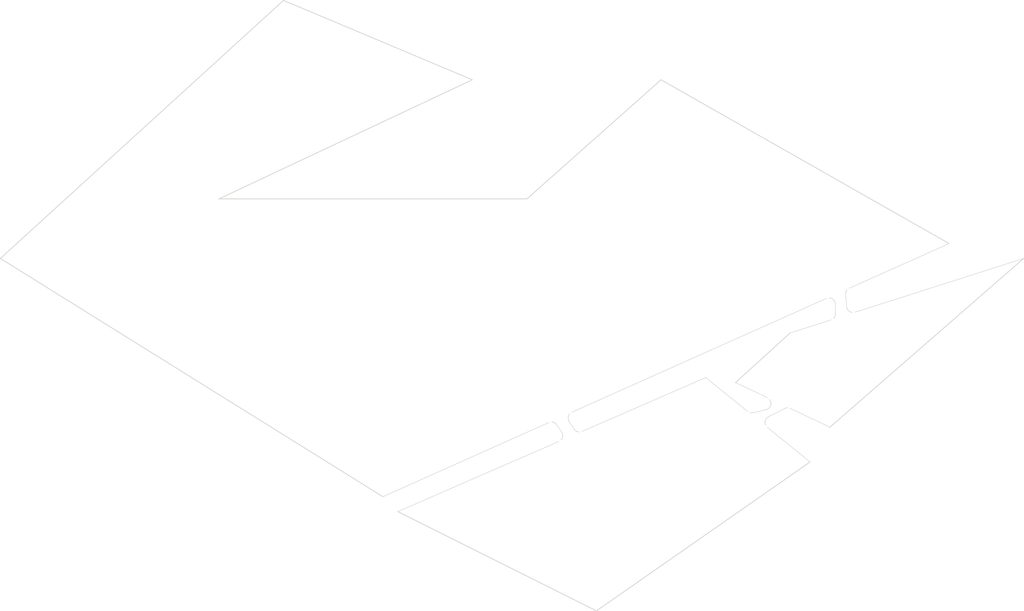
<source format=kicad_pcb>
(kicad_pcb 
  (version 20171130) 
  (host pcbnew "(5.1.0-0)") 
  (general 
    (thickness 1.6) 
    (drawings 19) 
    (tracks 0) 
    (zones 0) 
    (modules 0) 
    (nets 1)) 
  (page A3) 
  (layers 
    (0 F.Cu signal) 
    (31 B.Cu signal) 
    (32 B.Adhes user) 
    (33 F.Adhes user) 
    (34 B.Paste user) 
    (35 F.Paste user) 
    (36 B.SilkS user) 
    (37 F.SilkS user) 
    (38 B.Mask user) 
    (39 F.Mask user) 
    (40 Dwgs.User user) 
    (41 Cmts.User user) 
    (42 Eco1.User user) 
    (43 Eco2.User user) 
    (44 Edge.Cuts user) 
    (45 Margin user) 
    (46 B.CrtYd user) 
    (47 F.CrtYd user) 
    (48 B.Fab user) 
    (49 F.Fab user)) 
  (setup 
    (last_trace_width 0.3) 
    (trace_clearance 0.25) 
    (zone_clearance 0.508) 
    (zone_45_only no) 
    (trace_min 0.2) 
    (via_size 1) 
    (via_drill 0.6) 
    (via_min_size 0.4) 
    (via_min_drill 0.3) 
    (uvia_size 0.3) 
    (uvia_drill 0.1) 
    (uvias_allowed no) 
    (uvia_min_size 0.2) 
    (uvia_min_drill 0.1) 
    (edge_width 0.15) 
    (segment_width 0.2) 
    (pcb_text_width 0.3) 
    (pcb_text_size 1.5 1.5) 
    (mod_edge_width 0.15) 
    (mod_text_size 1 1) 
    (mod_text_width 0.15) 
    (pad_size 1.524 1.524) 
    (pad_drill 0.762) 
    (pad_to_mask_clearance 0.2) 
    (aux_axis_origin 0 0) 
    (grid_origin 69.605 148.237) 
    (visible_elements FFFFFF7F) 
    (pcbplotparams 
      (layerselection 0x010fc_ffffffff) 
      (usegerberextensions false) 
      (usegerberattributes false) 
      (usegerberadvancedattributes false) 
      (creategerberjobfile false) 
      (excludeedgelayer true) 
      (linewidth 0.050000) 
      (plotframeref false) 
      (viasonmask false) 
      (mode 1) 
      (useauxorigin false) 
      (hpglpennumber 1) 
      (hpglpenspeed 20) 
      (hpglpendiameter 15.000000) 
      (psnegative false) 
      (psa4output false) 
      (plotreference true) 
      (plotvalue true) 
      (plotinvisibletext false) 
      (padsonsilk false) 
      (subtractmaskfromsilk false) 
      (outputformat 1) 
      (mirror false) 
      (drillshape 0) 
      (scaleselection 1) 
      (outputdirectory "./gerber"))) 
  (net 0 "") 
  (net_class Default "This is the default net class." 
    (clearance 0.25) 
    (trace_width 0.3) 
    (via_dia 1) 
    (via_drill 0.6) 
    (uvia_dia 0.3) 
    (uvia_drill 0.1)) 
  (gr_line 
    (start 263.605 108.237) 
    (end 302.605 74.237) 
    (layer Edge.Cuts) 
    (width 0.15)) 
  (gr_line 
    (start 255.605 89.237) 
    (end 244.605 99.237) 
    (layer Edge.Cuts) 
    (width 0.15)) 
  (gr_line 
    (start 216.605 145.237) 
    (end 176.605 125.237) 
    (layer Edge.Cuts) 
    (width 0.15) 
    (tstamp 5CD10653)) 
  (gr_line 
    (start 259.605 115.237) 
    (end 216.605 145.237) 
    (layer Edge.Cuts) 
    (width 0.15)) 
  (gr_line 
    (start 173.605 122.237) 
    (end 96.605 74.237) 
    (layer Edge.Cuts) 
    (width 0.15) 
    (tstamp 5CD10652)) 
  (gr_line 
    (start 229.605 38.237) 
    (end 287.605 71.237) 
    (layer Edge.Cuts) 
    (width 0.15)) 
  (gr_line 
    (start 202.605 62.237) 
    (end 229.605 38.237) 
    (layer Edge.Cuts) 
    (width 0.15)) 
  (gr_line 
    (start 140.605 62.237) 
    (end 202.605 62.237) 
    (layer Edge.Cuts) 
    (width 0.15)) 
  (gr_line 
    (start 191.605 38.237) 
    (end 140.605 62.237) 
    (layer Edge.Cuts) 
    (width 0.15)) 
  (gr_line 
    (start 153.605 22.237) 
    (end 191.605 38.237) 
    (layer Edge.Cuts) 
    (width 0.15)) 
  (gr_line 
    (start 96.605 74.237) 
    (end 153.605 22.237) 
    (layer Edge.Cuts) 
    (width 0.15)) 
  (gr_line 
    (start 268.624164 85.081947) 
    (end 302.605 74.237) 
    (layer Edge.Cuts) 
    (width 0.1)) 
  (gr_line 
    (start 263.860851 86.602155) 
    (end 255.605 89.237) 
    (layer Edge.Cuts) 
    (width 0.1)) 
  (module holes 
    (layer F.Cu) 
    (at 268.402707 85.415048) 
    (tedit 1) 
    (tstamp 1) 
    (attr virtual) 
    (pad h0 np_thru_hole circle 
      (at 0 0) 
      (size 0.8 0.8) 
      (drill 0.8) 
      (layers *.Cu *.Mask)) 
    (pad h1 np_thru_hole circle 
      (at -1.389458 0.443444) 
      (size 0.8 0.8) 
      (drill 0.8) 
      (layers *.Cu *.Mask)) 
    (pad h2 np_thru_hole circle 
      (at -2.778916 0.886888) 
      (size 0.8 0.8) 
      (drill 0.8) 
      (layers *.Cu *.Mask)) 
    (pad h3 np_thru_hole circle 
      (at -4.168374 1.330332) 
      (size 0.8 0.8) 
      (drill 0.8) 
      (layers *.Cu *.Mask))) 
  (gr_line 
    (start 271.482138 84.169827) 
    (end 271.597113 84.679964) 
    (layer F.Fab) 
    (width 0.1)) 
  (gr_line 
    (start 271.597113 84.679964) 
    (end 271.621751 85.202318) 
    (layer F.Fab) 
    (width 0.1)) 
  (gr_line 
    (start 271.621751 85.202318) 
    (end 271.555309 85.721015) 
    (layer F.Fab) 
    (width 0.1)) 
  (gr_line 
    (start 271.555309 85.721015) 
    (end 271.399805 86.220294) 
    (layer F.Fab) 
    (width 0.1)) 
  (gr_line 
    (start 271.399805 86.220294) 
    (end 271.159965 86.684985) 
    (layer F.Fab) 
    (width 0.1)) 
  (gr_line 
    (start 271.159965 86.684985) 
    (end 270.843076 87.100969) 
    (layer F.Fab) 
    (width 0.1)) 
  (gr_line 
    (start 270.843076 87.100969) 
    (end 270.458766 87.455605) 
    (layer F.Fab) 
    (width 0.1)) 
  (gr_line 
    (start 270.458766 87.455605) 
    (end 270.018713 87.738119) 
    (layer F.Fab) 
    (width 0.1)) 
  (gr_line 
    (start 270.018713 87.738119) 
    (end 269.536284 87.939921) 
    (layer F.Fab) 
    (width 0.1)) 
  (gr_line 
    (start 264.772971 89.460129) 
    (end 264.262834 89.575104) 
    (layer F.Fab) 
    (width 0.1)) 
  (gr_line 
    (start 264.262834 89.575104) 
    (end 263.74048 89.599742) 
    (layer F.Fab) 
    (width 0.1)) 
  (gr_line 
    (start 263.74048 89.599742) 
    (end 263.221783 89.5333) 
    (layer F.Fab) 
    (width 0.1)) 
  (gr_line 
    (start 263.221783 89.5333) 
    (end 262.722504 89.377796) 
    (layer F.Fab) 
    (width 0.1)) 
  (gr_line 
    (start 262.722504 89.377796) 
    (end 262.257813 89.137956) 
    (layer F.Fab) 
    (width 0.1)) 
  (gr_line 
    (start 262.257813 89.137956) 
    (end 261.841829 88.821067) 
    (layer F.Fab) 
    (width 0.1)) 
  (gr_line 
    (start 261.841829 88.821067) 
    (end 261.487193 88.436757) 
    (layer F.Fab) 
    (width 0.1)) 
  (gr_line 
    (start 261.487193 88.436757) 
    (end 261.204679 87.996704) 
    (layer F.Fab) 
    (width 0.1)) 
  (gr_line 
    (start 261.204679 87.996704) 
    (end 261.002877 87.514275) 
    (layer F.Fab) 
    (width 0.1)) 
  (gr_line 
    (start 269.536284 87.939921) 
    (end 264.772971 89.460129) 
    (layer F.Fab) 
    (width 0.1)) 
  (gr_line 
    (start 271.482138 84.169827) 
    (end 261.002877 87.514275) 
    (layer F.Fab) 
    (width 0.1)) 
  (gr_text All 
    (at 266.972206 88.128429) 
    (layer F.Fab) 
    (effects 
      (font 
        (size 0.5 0.5) 
        (thickness 0.125)))) 
  (gr_line 
    (start 274.340112 83.257707) 
    (end 274.518337 83.959985) 
    (layer F.Fab) 
    (width 0.1)) 
  (gr_line 
    (start 274.518337 83.959985) 
    (end 274.610599 84.678629) 
    (layer F.Fab) 
    (width 0.1)) 
  (gr_line 
    (start 274.610599 84.678629) 
    (end 274.615566 85.403155) 
    (layer F.Fab) 
    (width 0.1)) 
  (gr_line 
    (start 274.615566 85.403155) 
    (end 274.533165 86.122996) 
    (layer F.Fab) 
    (width 0.1)) 
  (gr_line 
    (start 274.533165 86.122996) 
    (end 274.364597 86.827657) 
    (layer F.Fab) 
    (width 0.1)) 
  (gr_line 
    (start 274.364597 86.827657) 
    (end 274.11232 87.506862) 
    (layer F.Fab) 
    (width 0.1)) 
  (gr_line 
    (start 274.11232 87.506862) 
    (end 273.780014 88.150706) 
    (layer F.Fab) 
    (width 0.1)) 
  (gr_line 
    (start 273.780014 88.150706) 
    (end 273.372524 88.7498) 
    (layer F.Fab) 
    (width 0.1)) 
  (gr_line 
    (start 273.372524 88.7498) 
    (end 272.895793 89.295409) 
    (layer F.Fab) 
    (width 0.1)) 
  (gr_line 
    (start 272.895793 89.295409) 
    (end 272.356771 89.779576) 
    (layer F.Fab) 
    (width 0.1)) 
  (gr_line 
    (start 272.356771 89.779576) 
    (end 271.763319 90.195241) 
    (layer F.Fab) 
    (width 0.1)) 
  (gr_line 
    (start 271.763319 90.195241) 
    (end 271.124092 90.536343) 
    (layer F.Fab) 
    (width 0.1)) 
  (gr_line 
    (start 271.124092 90.536343) 
    (end 270.448404 90.797895) 
    (layer F.Fab) 
    (width 0.1)) 
  (gr_line 
    (start 265.685091 92.318103) 
    (end 264.982813 92.496328) 
    (layer F.Fab) 
    (width 0.1)) 
  (gr_line 
    (start 264.982813 92.496328) 
    (end 264.264169 92.58859) 
    (layer F.Fab) 
    (width 0.1)) 
  (gr_line 
    (start 264.264169 92.58859) 
    (end 263.539643 92.593557) 
    (layer F.Fab) 
    (width 0.1)) 
  (gr_line 
    (start 263.539643 92.593557) 
    (end 262.819802 92.511156) 
    (layer F.Fab) 
    (width 0.1)) 
  (gr_line 
    (start 262.819802 92.511156) 
    (end 262.115141 92.342588) 
    (layer F.Fab) 
    (width 0.1)) 
  (gr_line 
    (start 262.115141 92.342588) 
    (end 261.435936 92.090311) 
    (layer F.Fab) 
    (width 0.1)) 
  (gr_line 
    (start 261.435936 92.090311) 
    (end 260.792092 91.758005) 
    (layer F.Fab) 
    (width 0.1)) 
  (gr_line 
    (start 260.792092 91.758005) 
    (end 260.192998 91.350515) 
    (layer F.Fab) 
    (width 0.1)) 
  (gr_line 
    (start 260.192998 91.350515) 
    (end 259.647389 90.873784) 
    (layer F.Fab) 
    (width 0.1)) 
  (gr_line 
    (start 259.647389 90.873784) 
    (end 259.163222 90.334762) 
    (layer F.Fab) 
    (width 0.1)) 
  (gr_line 
    (start 259.163222 90.334762) 
    (end 258.747557 89.74131) 
    (layer F.Fab) 
    (width 0.1)) 
  (gr_line 
    (start 258.747557 89.74131) 
    (end 258.406455 89.102083) 
    (layer F.Fab) 
    (width 0.1)) 
  (gr_line 
    (start 258.406455 89.102083) 
    (end 258.144903 88.426395) 
    (layer F.Fab) 
    (width 0.1)) 
  (gr_line 
    (start 270.448404 90.797895) 
    (end 265.685091 92.318103) 
    (layer F.Fab) 
    (width 0.1)) 
  (gr_line 
    (start 274.340112 83.257707) 
    (end 258.144903 88.426395) 
    (layer F.Fab) 
    (width 0.1)) 
  (gr_text MLCC 
    (at 267.884326 90.986403) 
    (layer F.Fab) 
    (effects 
      (font 
        (size 0.5 0.5) 
        (thickness 0.125)))) 
  (gr_line 
    (start 267.483154 80.238878) 
    (end 287.605 71.237) 
    (layer Edge.Cuts) 
    (width 0.1)) 
  (module holes 
    (layer F.Cu) 
    (at 263.101908 81.925032) 
    (tedit 1) 
    (tstamp 1) 
    (attr virtual) 
    (pad h0 np_thru_hole circle 
      (at 0 0) 
      (size 0.8 0.8) 
      (drill 0.8) 
      (layers *.Cu *.Mask)) 
    (pad h1 np_thru_hole circle 
      (at 1.331375 -0.595615) 
      (size 0.8 0.8) 
      (drill 0.8) 
      (layers *.Cu *.Mask)) 
    (pad h2 np_thru_hole circle 
      (at 2.66275 -1.19123) 
      (size 0.8 0.8) 
      (drill 0.8) 
      (layers *.Cu *.Mask)) 
    (pad h3 np_thru_hole circle 
      (at 3.994125 -1.786845) 
      (size 0.8 0.8) 
      (drill 0.8) 
      (layers *.Cu *.Mask))) 
  (gr_line 
    (start 260.180519 83.505847) 
    (end 260.009389 83.011708) 
    (layer F.Fab) 
    (width 0.1)) 
  (gr_line 
    (start 260.009389 83.011708) 
    (end 259.926663 82.495359) 
    (layer F.Fab) 
    (width 0.1)) 
  (gr_line 
    (start 259.926663 82.495359) 
    (end 259.934856 81.972489) 
    (layer F.Fab) 
    (width 0.1)) 
  (gr_line 
    (start 259.934856 81.972489) 
    (end 260.03372 81.458986) 
    (layer F.Fab) 
    (width 0.1)) 
  (gr_line 
    (start 260.03372 81.458986) 
    (end 260.220251 80.970452) 
    (layer F.Fab) 
    (width 0.1)) 
  (gr_line 
    (start 260.220251 80.970452) 
    (end 260.488782 80.52173) 
    (layer F.Fab) 
    (width 0.1)) 
  (gr_line 
    (start 260.488782 80.52173) 
    (end 260.831152 80.126455) 
    (layer F.Fab) 
    (width 0.1)) 
  (gr_line 
    (start 260.831152 80.126455) 
    (end 261.23696 79.796637) 
    (layer F.Fab) 
    (width 0.1)) 
  (gr_line 
    (start 261.23696 79.796637) 
    (end 261.693875 79.542295) 
    (layer F.Fab) 
    (width 0.1)) 
  (gr_line 
    (start 266.258056 77.500424) 
    (end 266.752195 77.329294) 
    (layer F.Fab) 
    (width 0.1)) 
  (gr_line 
    (start 266.752195 77.329294) 
    (end 267.268544 77.246568) 
    (layer F.Fab) 
    (width 0.1)) 
  (gr_line 
    (start 267.268544 77.246568) 
    (end 267.791414 77.254761) 
    (layer F.Fab) 
    (width 0.1)) 
  (gr_line 
    (start 267.791414 77.254761) 
    (end 268.304917 77.353625) 
    (layer F.Fab) 
    (width 0.1)) 
  (gr_line 
    (start 268.304917 77.353625) 
    (end 268.793451 77.540156) 
    (layer F.Fab) 
    (width 0.1)) 
  (gr_line 
    (start 268.793451 77.540156) 
    (end 269.242173 77.808687) 
    (layer F.Fab) 
    (width 0.1)) 
  (gr_line 
    (start 269.242173 77.808687) 
    (end 269.637448 78.151057) 
    (layer F.Fab) 
    (width 0.1)) 
  (gr_line 
    (start 269.637448 78.151057) 
    (end 269.967266 78.556865) 
    (layer F.Fab) 
    (width 0.1)) 
  (gr_line 
    (start 269.967266 78.556865) 
    (end 270.221608 79.01378) 
    (layer F.Fab) 
    (width 0.1)) 
  (gr_line 
    (start 261.693875 79.542295) 
    (end 266.258056 77.500424) 
    (layer F.Fab) 
    (width 0.1)) 
  (gr_line 
    (start 260.180519 83.505847) 
    (end 270.221608 79.01378) 
    (layer F.Fab) 
    (width 0.1)) 
  (gr_text All 
    (at 264.220985 79.069051) 
    (layer F.Fab) 
    (effects 
      (font 
        (size 0.5 0.5) 
        (thickness 0.125)))) 
  (gr_line 
    (start 257.442065 84.730945) 
    (end 257.186647 84.052917) 
    (layer F.Fab) 
    (width 0.1)) 
  (gr_line 
    (start 257.186647 84.052917) 
    (end 257.014831 83.34904) 
    (layer F.Fab) 
    (width 0.1)) 
  (gr_line 
    (start 257.014831 83.34904) 
    (end 256.92911 82.629585) 
    (layer F.Fab) 
    (width 0.1)) 
  (gr_line 
    (start 256.92911 82.629585) 
    (end 256.930736 81.905043) 
    (layer F.Fab) 
    (width 0.1)) 
  (gr_line 
    (start 256.930736 81.905043) 
    (end 257.019683 81.185981) 
    (layer F.Fab) 
    (width 0.1)) 
  (gr_line 
    (start 257.019683 81.185981) 
    (end 257.194655 80.482882) 
    (layer F.Fab) 
    (width 0.1)) 
  (gr_line 
    (start 257.194655 80.482882) 
    (end 257.453101 79.806) 
    (layer F.Fab) 
    (width 0.1)) 
  (gr_line 
    (start 257.453101 79.806) 
    (end 257.791251 79.165206) 
    (layer F.Fab) 
    (width 0.1)) 
  (gr_line 
    (start 257.791251 79.165206) 
    (end 258.204175 78.569843) 
    (layer F.Fab) 
    (width 0.1)) 
  (gr_line 
    (start 258.204175 78.569843) 
    (end 258.685852 78.028593) 
    (layer F.Fab) 
    (width 0.1)) 
  (gr_line 
    (start 258.685852 78.028593) 
    (end 259.229257 77.54935) 
    (layer F.Fab) 
    (width 0.1)) 
  (gr_line 
    (start 259.229257 77.54935) 
    (end 259.826466 77.139101) 
    (layer F.Fab) 
    (width 0.1)) 
  (gr_line 
    (start 259.826466 77.139101) 
    (end 260.468777 76.803841) 
    (layer F.Fab) 
    (width 0.1)) 
  (gr_line 
    (start 265.032958 74.76197) 
    (end 265.710986 74.506552) 
    (layer F.Fab) 
    (width 0.1)) 
  (gr_line 
    (start 265.710986 74.506552) 
    (end 266.414863 74.334736) 
    (layer F.Fab) 
    (width 0.1)) 
  (gr_line 
    (start 266.414863 74.334736) 
    (end 267.134318 74.249015) 
    (layer F.Fab) 
    (width 0.1)) 
  (gr_line 
    (start 267.134318 74.249015) 
    (end 267.85886 74.250641) 
    (layer F.Fab) 
    (width 0.1)) 
  (gr_line 
    (start 267.85886 74.250641) 
    (end 268.577922 74.339588) 
    (layer F.Fab) 
    (width 0.1)) 
  (gr_line 
    (start 268.577922 74.339588) 
    (end 269.281021 74.51456) 
    (layer F.Fab) 
    (width 0.1)) 
  (gr_line 
    (start 269.281021 74.51456) 
    (end 269.957903 74.773006) 
    (layer F.Fab) 
    (width 0.1)) 
  (gr_line 
    (start 269.957903 74.773006) 
    (end 270.598697 75.111156) 
    (layer F.Fab) 
    (width 0.1)) 
  (gr_line 
    (start 270.598697 75.111156) 
    (end 271.19406 75.52408) 
    (layer F.Fab) 
    (width 0.1)) 
  (gr_line 
    (start 271.19406 75.52408) 
    (end 271.73531 76.005757) 
    (layer F.Fab) 
    (width 0.1)) 
  (gr_line 
    (start 271.73531 76.005757) 
    (end 272.214553 76.549162) 
    (layer F.Fab) 
    (width 0.1)) 
  (gr_line 
    (start 272.214553 76.549162) 
    (end 272.624802 77.146371) 
    (layer F.Fab) 
    (width 0.1)) 
  (gr_line 
    (start 272.624802 77.146371) 
    (end 272.960062 77.788682) 
    (layer F.Fab) 
    (width 0.1)) 
  (gr_line 
    (start 260.468777 76.803841) 
    (end 265.032958 74.76197) 
    (layer F.Fab) 
    (width 0.1)) 
  (gr_line 
    (start 257.442065 84.730945) 
    (end 272.960062 77.788682) 
    (layer F.Fab) 
    (width 0.1)) 
  (gr_text MLCC 
    (at 262.995887 76.330597) 
    (layer F.Fab) 
    (effects 
      (font 
        (size 0.5 0.5) 
        (thickness 0.125)))) 
  (gr_line 
    (start 268.624164 85.081947) 
    (end 268.526843 85.104938) 
    (layer Edge.Cuts) 
    (width 0.1)) 
  (gr_line 
    (start 268.526843 85.104938) 
    (end 268.428043 85.12038) 
    (layer Edge.Cuts) 
    (width 0.1)) 
  (gr_line 
    (start 268.428043 85.12038) 
    (end 268.328348 85.128182) 
    (layer Edge.Cuts) 
    (width 0.1)) 
  (gr_line 
    (start 268.328348 85.128182) 
    (end 268.228348 85.128298) 
    (layer Edge.Cuts) 
    (width 0.1)) 
  (gr_line 
    (start 268.228348 85.128298) 
    (end 268.128635 85.120727) 
    (layer Edge.Cuts) 
    (width 0.1)) 
  (gr_line 
    (start 268.128635 85.120727) 
    (end 268.029799 85.105514) 
    (layer Edge.Cuts) 
    (width 0.1)) 
  (gr_line 
    (start 268.029799 85.105514) 
    (end 267.932425 85.082749) 
    (layer Edge.Cuts) 
    (width 0.1)) 
  (gr_line 
    (start 267.932425 85.082749) 
    (end 267.837089 85.052567) 
    (layer Edge.Cuts) 
    (width 0.1)) 
  (gr_line 
    (start 267.483154 80.238878) 
    (end 267.395281 80.286611) 
    (layer Edge.Cuts) 
    (width 0.1)) 
  (gr_line 
    (start 267.837089 85.052567) 
    (end 267.744355 85.015146) 
    (layer Edge.Cuts) 
    (width 0.1)) 
  (gr_line 
    (start 267.395281 80.286611) 
    (end 267.311337 80.340957) 
    (layer Edge.Cuts) 
    (width 0.1)) 
  (gr_line 
    (start 267.744355 85.015146) 
    (end 267.654772 84.970708) 
    (layer Edge.Cuts) 
    (width 0.1)) 
  (gr_line 
    (start 267.311337 80.340957) 
    (end 267.231819 80.401595) 
    (layer Edge.Cuts) 
    (width 0.1)) 
  (gr_line 
    (start 267.654772 84.970708) 
    (end 267.56887 84.919516) 
    (layer Edge.Cuts) 
    (width 0.1)) 
  (gr_line 
    (start 267.231819 80.401595) 
    (end 267.157197 80.468166) 
    (layer Edge.Cuts) 
    (width 0.1)) 
  (gr_line 
    (start 267.56887 84.919516) 
    (end 267.487157 84.861872) 
    (layer Edge.Cuts) 
    (width 0.1)) 
  (gr_line 
    (start 267.157197 80.468166) 
    (end 267.087913 80.540276) 
    (layer Edge.Cuts) 
    (width 0.1)) 
  (gr_line 
    (start 267.487157 84.861872) 
    (end 267.410117 84.798118) 
    (layer Edge.Cuts) 
    (width 0.1)) 
  (gr_line 
    (start 267.087913 80.540276) 
    (end 267.024377 80.617498) 
    (layer Edge.Cuts) 
    (width 0.1)) 
  (gr_line 
    (start 267.410117 84.798118) 
    (end 267.338205 84.728631) 
    (layer Edge.Cuts) 
    (width 0.1)) 
  (gr_line 
    (start 267.024377 80.617498) 
    (end 266.966965 80.699375) 
    (layer Edge.Cuts) 
    (width 0.1)) 
  (gr_line 
    (start 267.338205 84.728631) 
    (end 267.271847 84.653822) 
    (layer Edge.Cuts) 
    (width 0.1)) 
  (gr_line 
    (start 266.966965 80.699375) 
    (end 266.916016 80.785423) 
    (layer Edge.Cuts) 
    (width 0.1)) 
  (gr_line 
    (start 267.271847 84.653822) 
    (end 267.211436 84.574134) 
    (layer Edge.Cuts) 
    (width 0.1)) 
  (gr_line 
    (start 266.916016 80.785423) 
    (end 266.871832 80.875133) 
    (layer Edge.Cuts) 
    (width 0.1)) 
  (gr_line 
    (start 267.211436 84.574134) 
    (end 267.157329 84.490038) 
    (layer Edge.Cuts) 
    (width 0.1)) 
  (gr_line 
    (start 266.871832 80.875133) 
    (end 266.834674 80.967974) 
    (layer Edge.Cuts) 
    (width 0.1)) 
  (gr_line 
    (start 267.157329 84.490038) 
    (end 267.109846 84.402032) 
    (layer Edge.Cuts) 
    (width 0.1)) 
  (gr_line 
    (start 266.834674 80.967974) 
    (end 266.804762 81.063397) 
    (layer Edge.Cuts) 
    (width 0.1)) 
  (gr_line 
    (start 267.109846 84.402032) 
    (end 267.069268 84.310637) 
    (layer Edge.Cuts) 
    (width 0.1)) 
  (gr_line 
    (start 266.804762 81.063397) 
    (end 266.782273 81.160837) 
    (layer Edge.Cuts) 
    (width 0.1)) 
  (gr_line 
    (start 267.069268 84.310637) 
    (end 267.035835 84.216393) 
    (layer Edge.Cuts) 
    (width 0.1)) 
  (gr_line 
    (start 266.782273 81.160837) 
    (end 266.76734 81.259717) 
    (layer Edge.Cuts) 
    (width 0.1)) 
  (gr_line 
    (start 267.035835 84.216393) 
    (end 267.009745 84.119858) 
    (layer Edge.Cuts) 
    (width 0.1)) 
  (gr_line 
    (start 266.76734 81.259717) 
    (end 266.760052 81.359452) 
    (layer Edge.Cuts) 
    (width 0.1)) 
  (gr_line 
    (start 267.009745 84.119858) 
    (end 266.991152 84.021603) 
    (layer Edge.Cuts) 
    (width 0.1)) 
  (gr_line 
    (start 266.760052 81.359452) 
    (end 266.760452 81.459452) 
    (layer Edge.Cuts) 
    (width 0.1)) 
  (gr_line 
    (start 266.991152 84.021603) 
    (end 266.980166 83.92221) 
    (layer Edge.Cuts) 
    (width 0.1)) 
  (gr_line 
    (start 266.760452 81.459452) 
    (end 266.768537 81.559125) 
    (layer Edge.Cuts) 
    (width 0.1)) 
  (gr_line 
    (start 266.980166 83.92221) 
    (end 266.768537 81.559125) 
    (layer Edge.Cuts) 
    (width 0.1)) 
  (gr_line 
    (start 262.918973 82.280749) 
    (end 263.013124 82.247049) 
    (layer Edge.Cuts) 
    (width 0.1)) 
  (gr_line 
    (start 263.013124 82.247049) 
    (end 263.109587 82.220686) 
    (layer Edge.Cuts) 
    (width 0.1)) 
  (gr_line 
    (start 263.109587 82.220686) 
    (end 263.207791 82.201816) 
    (layer Edge.Cuts) 
    (width 0.1)) 
  (gr_line 
    (start 263.207791 82.201816) 
    (end 263.307155 82.19055) 
    (layer Edge.Cuts) 
    (width 0.1)) 
  (gr_line 
    (start 263.307155 82.19055) 
    (end 263.407091 82.186955) 
    (layer Edge.Cuts) 
    (width 0.1)) 
  (gr_line 
    (start 263.407091 82.186955) 
    (end 263.507008 82.191052) 
    (layer Edge.Cuts) 
    (width 0.1)) 
  (gr_line 
    (start 263.507008 82.191052) 
    (end 263.606314 82.202817) 
    (layer Edge.Cuts) 
    (width 0.1)) 
  (gr_line 
    (start 263.606314 82.202817) 
    (end 263.704422 82.22218) 
    (layer Edge.Cuts) 
    (width 0.1)) 
  (gr_line 
    (start 263.704422 82.22218) 
    (end 263.800751 82.249027) 
    (layer Edge.Cuts) 
    (width 0.1)) 
  (gr_line 
    (start 263.800751 82.249027) 
    (end 263.894731 82.283199) 
    (layer Edge.Cuts) 
    (width 0.1)) 
  (gr_line 
    (start 263.860851 86.602155) 
    (end 263.953498 86.564518) 
    (layer Edge.Cuts) 
    (width 0.1)) 
  (gr_line 
    (start 263.894731 82.283199) 
    (end 263.985806 82.324494) 
    (layer Edge.Cuts) 
    (width 0.1)) 
  (gr_line 
    (start 263.953498 86.564518) 
    (end 264.042978 86.519871) 
    (layer Edge.Cuts) 
    (width 0.1)) 
  (gr_line 
    (start 263.985806 82.324494) 
    (end 264.073437 82.372667) 
    (layer Edge.Cuts) 
    (width 0.1)) 
  (gr_line 
    (start 264.042978 86.519871) 
    (end 264.128761 86.468478) 
    (layer Edge.Cuts) 
    (width 0.1)) 
  (gr_line 
    (start 264.073437 82.372667) 
    (end 264.157106 82.427433) 
    (layer Edge.Cuts) 
    (width 0.1)) 
  (gr_line 
    (start 264.128761 86.468478) 
    (end 264.21034 86.410643) 
    (layer Edge.Cuts) 
    (width 0.1)) 
  (gr_line 
    (start 264.157106 82.427433) 
    (end 264.236318 82.488468) 
    (layer Edge.Cuts) 
    (width 0.1)) 
  (gr_line 
    (start 264.21034 86.410643) 
    (end 264.287232 86.346708) 
    (layer Edge.Cuts) 
    (width 0.1)) 
  (gr_line 
    (start 264.236318 82.488468) 
    (end 264.310604 82.555411) 
    (layer Edge.Cuts) 
    (width 0.1)) 
  (gr_line 
    (start 264.287232 86.346708) 
    (end 264.358982 86.277052) 
    (layer Edge.Cuts) 
    (width 0.1)) 
  (gr_line 
    (start 264.310604 82.555411) 
    (end 264.379525 82.627866) 
    (layer Edge.Cuts) 
    (width 0.1)) 
  (gr_line 
    (start 264.358982 86.277052) 
    (end 264.425166 86.202087) 
    (layer Edge.Cuts) 
    (width 0.1)) 
  (gr_line 
    (start 264.379525 82.627866) 
    (end 264.442673 82.705404) 
    (layer Edge.Cuts) 
    (width 0.1)) 
  (gr_line 
    (start 264.425166 86.202087) 
    (end 264.485392 86.122256) 
    (layer Edge.Cuts) 
    (width 0.1)) 
  (gr_line 
    (start 264.442673 82.705404) 
    (end 264.499674 82.787567) 
    (layer Edge.Cuts) 
    (width 0.1)) 
  (gr_line 
    (start 264.485392 86.122256) 
    (end 264.539304 86.038032) 
    (layer Edge.Cuts) 
    (width 0.1)) 
  (gr_line 
    (start 264.499674 82.787567) 
    (end 264.550191 82.873868) 
    (layer Edge.Cuts) 
    (width 0.1)) 
  (gr_line 
    (start 264.539304 86.038032) 
    (end 264.586583 85.949913) 
    (layer Edge.Cuts) 
    (width 0.1)) 
  (gr_line 
    (start 264.550191 82.873868) 
    (end 264.593925 82.963797) 
    (layer Edge.Cuts) 
    (width 0.1)) 
  (gr_line 
    (start 264.586583 85.949913) 
    (end 264.626949 85.858421) 
    (layer Edge.Cuts) 
    (width 0.1)) 
  (gr_line 
    (start 264.593925 82.963797) 
    (end 264.630617 83.056822) 
    (layer Edge.Cuts) 
    (width 0.1)) 
  (gr_line 
    (start 264.626949 85.858421) 
    (end 264.660163 85.764097) 
    (layer Edge.Cuts) 
    (width 0.1)) 
  (gr_line 
    (start 264.630617 83.056822) 
    (end 264.66005 83.152392) 
    (layer Edge.Cuts) 
    (width 0.1)) 
  (gr_line 
    (start 264.660163 85.764097) 
    (end 264.686028 85.667499) 
    (layer Edge.Cuts) 
    (width 0.1)) 
  (gr_line 
    (start 264.66005 83.152392) 
    (end 264.68205 83.249942) 
    (layer Edge.Cuts) 
    (width 0.1)) 
  (gr_line 
    (start 264.686028 85.667499) 
    (end 264.704391 85.569199) 
    (layer Edge.Cuts) 
    (width 0.1)) 
  (gr_line 
    (start 264.68205 83.249942) 
    (end 264.696487 83.348894) 
    (layer Edge.Cuts) 
    (width 0.1)) 
  (gr_line 
    (start 264.704391 85.569199) 
    (end 264.715144 85.469778) 
    (layer Edge.Cuts) 
    (width 0.1)) 
  (gr_line 
    (start 264.696487 83.348894) 
    (end 264.703275 83.448663) 
    (layer Edge.Cuts) 
    (width 0.1)) 
  (gr_line 
    (start 264.715144 85.469778) 
    (end 264.718223 85.369825) 
    (layer Edge.Cuts) 
    (width 0.1)) 
  (gr_line 
    (start 264.718223 85.369825) 
    (end 264.703275 83.448663) 
    (layer Edge.Cuts) 
    (width 0.1)) 
  (gr_line 
    (start 247.09189 105.10734) 
    (end 238.605 98.237) 
    (layer Edge.Cuts) 
    (width 0.1)) 
  (gr_line 
    (start 250.97811 108.253326) 
    (end 259.605 115.237) 
    (layer Edge.Cuts) 
    (width 0.1)) 
  (module holes 
    (layer F.Cu) 
    (at 250.578117 108.25117) 
    (tedit 1) 
    (tstamp 1) 
    (attr virtual) 
    (pad h0 np_thru_hole circle 
      (at 0 0) 
      (size 0.8 0.8) 
      (drill 0.8) 
      (layers *.Cu *.Mask)) 
    (pad h1 np_thru_hole circle 
      (at -1.133613 -0.917685) 
      (size 0.8 0.8) 
      (drill 0.8) 
      (layers *.Cu *.Mask)) 
    (pad h2 np_thru_hole circle 
      (at -2.267226 -1.83537) 
      (size 0.8 0.8) 
      (drill 0.8) 
      (layers *.Cu *.Mask)) 
    (pad h3 np_thru_hole circle 
      (at -3.400839 -2.753055) 
      (size 0.8 0.8) 
      (drill 0.8) 
      (layers *.Cu *.Mask))) 
  (gr_line 
    (start 253.309842 110.140917) 
    (end 252.946646 110.517145) 
    (layer F.Fab) 
    (width 0.1)) 
  (gr_line 
    (start 252.946646 110.517145) 
    (end 252.523632 110.824586) 
    (layer F.Fab) 
    (width 0.1)) 
  (gr_line 
    (start 252.523632 110.824586) 
    (end 252.053657 111.053899) 
    (layer F.Fab) 
    (width 0.1)) 
  (gr_line 
    (start 252.053657 111.053899) 
    (end 251.551003 111.198119) 
    (layer F.Fab) 
    (width 0.1)) 
  (gr_line 
    (start 251.551003 111.198119) 
    (end 251.030941 111.252863) 
    (layer F.Fab) 
    (width 0.1)) 
  (gr_line 
    (start 251.030941 111.252863) 
    (end 250.509275 111.216467) 
    (layer F.Fab) 
    (width 0.1)) 
  (gr_line 
    (start 250.509275 111.216467) 
    (end 250.001853 111.090038) 
    (layer F.Fab) 
    (width 0.1)) 
  (gr_line 
    (start 250.001853 111.090038) 
    (end 249.524095 110.877417) 
    (layer F.Fab) 
    (width 0.1)) 
  (gr_line 
    (start 249.524095 110.877417) 
    (end 249.090519 110.585058) 
    (layer F.Fab) 
    (width 0.1)) 
  (gr_line 
    (start 245.204299 107.439072) 
    (end 244.828071 107.075876) 
    (layer F.Fab) 
    (width 0.1)) 
  (gr_line 
    (start 244.828071 107.075876) 
    (end 244.52063 106.652862) 
    (layer F.Fab) 
    (width 0.1)) 
  (gr_line 
    (start 244.52063 106.652862) 
    (end 244.291317 106.182887) 
    (layer F.Fab) 
    (width 0.1)) 
  (gr_line 
    (start 244.291317 106.182887) 
    (end 244.147097 105.680233) 
    (layer F.Fab) 
    (width 0.1)) 
  (gr_line 
    (start 244.147097 105.680233) 
    (end 244.092353 105.160171) 
    (layer F.Fab) 
    (width 0.1)) 
  (gr_line 
    (start 244.092353 105.160171) 
    (end 244.128749 104.638505) 
    (layer F.Fab) 
    (width 0.1)) 
  (gr_line 
    (start 244.128749 104.638505) 
    (end 244.255178 104.131083) 
    (layer F.Fab) 
    (width 0.1)) 
  (gr_line 
    (start 244.255178 104.131083) 
    (end 244.467799 103.653325) 
    (layer F.Fab) 
    (width 0.1)) 
  (gr_line 
    (start 244.467799 103.653325) 
    (end 244.760158 103.219749) 
    (layer F.Fab) 
    (width 0.1)) 
  (gr_line 
    (start 249.090519 110.585058) 
    (end 245.204299 107.439072) 
    (layer F.Fab) 
    (width 0.1)) 
  (gr_line 
    (start 253.309842 110.140917) 
    (end 244.760158 103.219749) 
    (layer F.Fab) 
    (width 0.1)) 
  (gr_text All 
    (at 247.52493 108.545722) 
    (layer F.Fab) 
    (effects 
      (font 
        (size 0.5 0.5) 
        (thickness 0.125)))) 
  (gr_line 
    (start 255.641574 112.028508) 
    (end 255.152535 112.563109) 
    (layer F.Fab) 
    (width 0.1)) 
  (gr_line 
    (start 255.152535 112.563109) 
    (end 254.602612 113.034857) 
    (layer F.Fab) 
    (width 0.1)) 
  (gr_line 
    (start 254.602612 113.034857) 
    (end 253.999836 113.436879) 
    (layer F.Fab) 
    (width 0.1)) 
  (gr_line 
    (start 253.999836 113.436879) 
    (end 253.352996 113.763314) 
    (layer F.Fab) 
    (width 0.1)) 
  (gr_line 
    (start 253.352996 113.763314) 
    (end 252.671524 114.009401) 
    (layer F.Fab) 
    (width 0.1)) 
  (gr_line 
    (start 252.671524 114.009401) 
    (end 251.965359 114.171551) 
    (layer F.Fab) 
    (width 0.1)) 
  (gr_line 
    (start 251.965359 114.171551) 
    (end 251.244798 114.247401) 
    (layer F.Fab) 
    (width 0.1)) 
  (gr_line 
    (start 251.244798 114.247401) 
    (end 250.520347 114.235843) 
    (layer F.Fab) 
    (width 0.1)) 
  (gr_line 
    (start 250.520347 114.235843) 
    (end 249.802572 114.137046) 
    (layer F.Fab) 
    (width 0.1)) 
  (gr_line 
    (start 249.802572 114.137046) 
    (end 249.101939 113.952452) 
    (layer F.Fab) 
    (width 0.1)) 
  (gr_line 
    (start 249.101939 113.952452) 
    (end 248.428665 113.684751) 
    (layer F.Fab) 
    (width 0.1)) 
  (gr_line 
    (start 248.428665 113.684751) 
    (end 247.792567 113.337849) 
    (layer F.Fab) 
    (width 0.1)) 
  (gr_line 
    (start 247.792567 113.337849) 
    (end 247.202928 112.91679) 
    (layer F.Fab) 
    (width 0.1)) 
  (gr_line 
    (start 243.316708 109.770804) 
    (end 242.782107 109.281765) 
    (layer F.Fab) 
    (width 0.1)) 
  (gr_line 
    (start 242.782107 109.281765) 
    (end 242.310359 108.731842) 
    (layer F.Fab) 
    (width 0.1)) 
  (gr_line 
    (start 242.310359 108.731842) 
    (end 241.908337 108.129066) 
    (layer F.Fab) 
    (width 0.1)) 
  (gr_line 
    (start 241.908337 108.129066) 
    (end 241.581902 107.482226) 
    (layer F.Fab) 
    (width 0.1)) 
  (gr_line 
    (start 241.581902 107.482226) 
    (end 241.335815 106.800754) 
    (layer F.Fab) 
    (width 0.1)) 
  (gr_line 
    (start 241.335815 106.800754) 
    (end 241.173665 106.094589) 
    (layer F.Fab) 
    (width 0.1)) 
  (gr_line 
    (start 241.173665 106.094589) 
    (end 241.097815 105.374028) 
    (layer F.Fab) 
    (width 0.1)) 
  (gr_line 
    (start 241.097815 105.374028) 
    (end 241.109373 104.649577) 
    (layer F.Fab) 
    (width 0.1)) 
  (gr_line 
    (start 241.109373 104.649577) 
    (end 241.20817 103.931802) 
    (layer F.Fab) 
    (width 0.1)) 
  (gr_line 
    (start 241.20817 103.931802) 
    (end 241.392764 103.231169) 
    (layer F.Fab) 
    (width 0.1)) 
  (gr_line 
    (start 241.392764 103.231169) 
    (end 241.660465 102.557895) 
    (layer F.Fab) 
    (width 0.1)) 
  (gr_line 
    (start 241.660465 102.557895) 
    (end 242.007367 101.921797) 
    (layer F.Fab) 
    (width 0.1)) 
  (gr_line 
    (start 242.007367 101.921797) 
    (end 242.428426 101.332158) 
    (layer F.Fab) 
    (width 0.1)) 
  (gr_line 
    (start 247.202928 112.91679) 
    (end 243.316708 109.770804) 
    (layer F.Fab) 
    (width 0.1)) 
  (gr_line 
    (start 255.641574 112.028508) 
    (end 242.428426 101.332158) 
    (layer F.Fab) 
    (width 0.1)) 
  (gr_text MLCC 
    (at 245.637339 110.877454) 
    (layer F.Fab) 
    (effects 
      (font 
        (size 0.5 0.5) 
        (thickness 0.125)))) 
  (gr_line 
    (start 251.046585 102.288277) 
    (end 244.605 99.237) 
    (layer Edge.Cuts) 
    (width 0.1)) 
  (gr_line 
    (start 255.565293 104.428718) 
    (end 263.605 108.237) 
    (layer Edge.Cuts) 
    (width 0.1)) 
  (module holes 
    (layer F.Cu) 
    (at 251.435799 102.196013) 
    (tedit 1) 
    (tstamp 1) 
    (attr virtual) 
    (pad h0 np_thru_hole circle 
      (at 0 0) 
      (size 0.8 0.8) 
      (drill 0.8) 
      (layers *.Cu *.Mask)) 
    (pad h1 np_thru_hole circle 
      (at 1.318107 0.624366) 
      (size 0.8 0.8) 
      (drill 0.8) 
      (layers *.Cu *.Mask)) 
    (pad h2 np_thru_hole circle 
      (at 2.636214 1.248732) 
      (size 0.8 0.8) 
      (drill 0.8) 
      (layers *.Cu *.Mask)) 
    (pad h3 np_thru_hole circle 
      (at 3.954321 1.873098) 
      (size 0.8 0.8) 
      (drill 0.8) 
      (layers *.Cu *.Mask))) 
  (gr_line 
    (start 248.335374 101.004019) 
    (end 248.599567 100.552729) 
    (layer F.Fab) 
    (width 0.1)) 
  (gr_line 
    (start 248.599567 100.552729) 
    (end 248.938118 100.154176) 
    (layer F.Fab) 
    (width 0.1)) 
  (gr_line 
    (start 248.938118 100.154176) 
    (end 249.340733 99.820466) 
    (layer F.Fab) 
    (width 0.1)) 
  (gr_line 
    (start 249.340733 99.820466) 
    (end 249.795179 99.561739) 
    (layer F.Fab) 
    (width 0.1)) 
  (gr_line 
    (start 249.795179 99.561739) 
    (end 250.287649 99.385857) 
    (layer F.Fab) 
    (width 0.1)) 
  (gr_line 
    (start 250.287649 99.385857) 
    (end 250.803179 99.298164) 
    (layer F.Fab) 
    (width 0.1)) 
  (gr_line 
    (start 250.803179 99.298164) 
    (end 251.326105 99.301323) 
    (layer F.Fab) 
    (width 0.1)) 
  (gr_line 
    (start 251.326105 99.301323) 
    (end 251.840537 99.39524) 
    (layer F.Fab) 
    (width 0.1)) 
  (gr_line 
    (start 251.840537 99.39524) 
    (end 252.330843 99.577066) 
    (layer F.Fab) 
    (width 0.1)) 
  (gr_line 
    (start 256.849551 101.717507) 
    (end 257.300841 101.9817) 
    (layer F.Fab) 
    (width 0.1)) 
  (gr_line 
    (start 257.300841 101.9817) 
    (end 257.699394 102.320251) 
    (layer F.Fab) 
    (width 0.1)) 
  (gr_line 
    (start 257.699394 102.320251) 
    (end 258.033104 102.722866) 
    (layer F.Fab) 
    (width 0.1)) 
  (gr_line 
    (start 258.033104 102.722866) 
    (end 258.291831 103.177312) 
    (layer F.Fab) 
    (width 0.1)) 
  (gr_line 
    (start 258.291831 103.177312) 
    (end 258.467713 103.669782) 
    (layer F.Fab) 
    (width 0.1)) 
  (gr_line 
    (start 258.467713 103.669782) 
    (end 258.555406 104.185312) 
    (layer F.Fab) 
    (width 0.1)) 
  (gr_line 
    (start 258.555406 104.185312) 
    (end 258.552247 104.708238) 
    (layer F.Fab) 
    (width 0.1)) 
  (gr_line 
    (start 258.552247 104.708238) 
    (end 258.45833 105.22267) 
    (layer F.Fab) 
    (width 0.1)) 
  (gr_line 
    (start 258.45833 105.22267) 
    (end 258.276504 105.712976) 
    (layer F.Fab) 
    (width 0.1)) 
  (gr_line 
    (start 252.330843 99.577066) 
    (end 256.849551 101.717507) 
    (layer F.Fab) 
    (width 0.1)) 
  (gr_line 
    (start 248.335374 101.004019) 
    (end 258.276504 105.712976) 
    (layer F.Fab) 
    (width 0.1)) 
  (gr_text All 
    (at 254.333343 101.189528) 
    (layer F.Fab) 
    (effects 
      (font 
        (size 0.5 0.5) 
        (thickness 0.125)))) 
  (gr_line 
    (start 245.624163 99.719761) 
    (end 245.973288 99.08488) 
    (layer F.Fab) 
    (width 0.1)) 
  (gr_line 
    (start 245.973288 99.08488) 
    (end 246.396405 98.496718) 
    (layer F.Fab) 
    (width 0.1)) 
  (gr_line 
    (start 246.396405 98.496718) 
    (end 246.887332 97.963846) 
    (layer F.Fab) 
    (width 0.1)) 
  (gr_line 
    (start 246.887332 97.963846) 
    (end 247.43891 97.494033) 
    (layer F.Fab) 
    (width 0.1)) 
  (gr_line 
    (start 247.43891 97.494033) 
    (end 248.043096 97.094131) 
    (layer F.Fab) 
    (width 0.1)) 
  (gr_line 
    (start 248.043096 97.094131) 
    (end 248.69108 96.769972) 
    (layer F.Fab) 
    (width 0.1)) 
  (gr_line 
    (start 248.69108 96.769972) 
    (end 249.373412 96.526282) 
    (layer F.Fab) 
    (width 0.1)) 
  (gr_line 
    (start 249.373412 96.526282) 
    (end 250.080144 96.366615) 
    (layer F.Fab) 
    (width 0.1)) 
  (gr_line 
    (start 250.080144 96.366615) 
    (end 250.800968 96.293298) 
    (layer F.Fab) 
    (width 0.1)) 
  (gr_line 
    (start 250.800968 96.293298) 
    (end 251.525373 96.307403) 
    (layer F.Fab) 
    (width 0.1)) 
  (gr_line 
    (start 251.525373 96.307403) 
    (end 252.242797 96.408722) 
    (layer F.Fab) 
    (width 0.1)) 
  (gr_line 
    (start 252.242797 96.408722) 
    (end 252.942777 96.595778) 
    (layer F.Fab) 
    (width 0.1)) 
  (gr_line 
    (start 252.942777 96.595778) 
    (end 253.615101 96.865855) 
    (layer F.Fab) 
    (width 0.1)) 
  (gr_line 
    (start 258.133809 99.006296) 
    (end 258.76869 99.355421) 
    (layer F.Fab) 
    (width 0.1)) 
  (gr_line 
    (start 258.76869 99.355421) 
    (end 259.356852 99.778538) 
    (layer F.Fab) 
    (width 0.1)) 
  (gr_line 
    (start 259.356852 99.778538) 
    (end 259.889724 100.269465) 
    (layer F.Fab) 
    (width 0.1)) 
  (gr_line 
    (start 259.889724 100.269465) 
    (end 260.359537 100.821043) 
    (layer F.Fab) 
    (width 0.1)) 
  (gr_line 
    (start 260.359537 100.821043) 
    (end 260.759439 101.425229) 
    (layer F.Fab) 
    (width 0.1)) 
  (gr_line 
    (start 260.759439 101.425229) 
    (end 261.083598 102.073213) 
    (layer F.Fab) 
    (width 0.1)) 
  (gr_line 
    (start 261.083598 102.073213) 
    (end 261.327288 102.755545) 
    (layer F.Fab) 
    (width 0.1)) 
  (gr_line 
    (start 261.327288 102.755545) 
    (end 261.486955 103.462277) 
    (layer F.Fab) 
    (width 0.1)) 
  (gr_line 
    (start 261.486955 103.462277) 
    (end 261.560272 104.183101) 
    (layer F.Fab) 
    (width 0.1)) 
  (gr_line 
    (start 261.560272 104.183101) 
    (end 261.546167 104.907506) 
    (layer F.Fab) 
    (width 0.1)) 
  (gr_line 
    (start 261.546167 104.907506) 
    (end 261.444848 105.62493) 
    (layer F.Fab) 
    (width 0.1)) 
  (gr_line 
    (start 261.444848 105.62493) 
    (end 261.257792 106.32491) 
    (layer F.Fab) 
    (width 0.1)) 
  (gr_line 
    (start 261.257792 106.32491) 
    (end 260.987715 106.997234) 
    (layer F.Fab) 
    (width 0.1)) 
  (gr_line 
    (start 253.615101 96.865855) 
    (end 258.133809 99.006296) 
    (layer F.Fab) 
    (width 0.1)) 
  (gr_line 
    (start 245.624163 99.719761) 
    (end 260.987715 106.997234) 
    (layer F.Fab) 
    (width 0.1)) 
  (gr_text MLCC 
    (at 255.617601 98.478317) 
    (layer F.Fab) 
    (effects 
      (font 
        (size 0.5 0.5) 
        (thickness 0.125)))) 
  (gr_line 
    (start 250.97811 108.253326) 
    (end 250.905451 108.184618) 
    (layer Edge.Cuts) 
    (width 0.1)) 
  (gr_line 
    (start 250.905451 108.184618) 
    (end 250.838288 108.110528) 
    (layer Edge.Cuts) 
    (width 0.1)) 
  (gr_line 
    (start 250.838288 108.110528) 
    (end 250.777019 108.031495) 
    (layer Edge.Cuts) 
    (width 0.1)) 
  (gr_line 
    (start 250.777019 108.031495) 
    (end 250.722006 107.947986) 
    (layer Edge.Cuts) 
    (width 0.1)) 
  (gr_line 
    (start 250.722006 107.947986) 
    (end 250.673575 107.860495) 
    (layer Edge.Cuts) 
    (width 0.1)) 
  (gr_line 
    (start 250.673575 107.860495) 
    (end 250.632012 107.76954) 
    (layer Edge.Cuts) 
    (width 0.1)) 
  (gr_line 
    (start 250.632012 107.76954) 
    (end 250.597563 107.675659) 
    (layer Edge.Cuts) 
    (width 0.1)) 
  (gr_line 
    (start 250.597563 107.675659) 
    (end 250.570432 107.579408) 
    (layer Edge.Cuts) 
    (width 0.1)) 
  (gr_line 
    (start 250.570432 107.579408) 
    (end 250.55078 107.481356) 
    (layer Edge.Cuts) 
    (width 0.1)) 
  (gr_line 
    (start 250.55078 107.481356) 
    (end 250.538723 107.382084) 
    (layer Edge.Cuts) 
    (width 0.1)) 
  (gr_line 
    (start 250.538723 107.382084) 
    (end 250.534332 107.282179) 
    (layer Edge.Cuts) 
    (width 0.1)) 
  (gr_line 
    (start 250.534332 107.282179) 
    (end 250.537633 107.182232) 
    (layer Edge.Cuts) 
    (width 0.1)) 
  (gr_line 
    (start 250.537633 107.182232) 
    (end 250.548607 107.082834) 
    (layer Edge.Cuts) 
    (width 0.1)) 
  (gr_line 
    (start 250.548607 107.082834) 
    (end 250.567189 106.984574) 
    (layer Edge.Cuts) 
    (width 0.1)) 
  (gr_line 
    (start 255.565293 104.428718) 
    (end 255.471896 104.392982) 
    (layer Edge.Cuts) 
    (width 0.1)) 
  (gr_line 
    (start 250.567189 106.984574) 
    (end 250.593269 106.888033) 
    (layer Edge.Cuts) 
    (width 0.1)) 
  (gr_line 
    (start 255.471896 104.392982) 
    (end 255.376028 104.364531) 
    (layer Edge.Cuts) 
    (width 0.1)) 
  (gr_line 
    (start 250.593269 106.888033) 
    (end 250.626693 106.793782) 
    (layer Edge.Cuts) 
    (width 0.1)) 
  (gr_line 
    (start 255.376028 104.364531) 
    (end 255.278257 104.343533) 
    (layer Edge.Cuts) 
    (width 0.1)) 
  (gr_line 
    (start 250.626693 106.793782) 
    (end 250.667263 106.702379) 
    (layer Edge.Cuts) 
    (width 0.1)) 
  (gr_line 
    (start 255.278257 104.343533) 
    (end 255.179161 104.330112) 
    (layer Edge.Cuts) 
    (width 0.1)) 
  (gr_line 
    (start 250.667263 106.702379) 
    (end 250.714739 106.614365) 
    (layer Edge.Cuts) 
    (width 0.1)) 
  (gr_line 
    (start 255.179161 104.330112) 
    (end 255.079327 104.324348) 
    (layer Edge.Cuts) 
    (width 0.1)) 
  (gr_line 
    (start 250.714739 106.614365) 
    (end 250.76884 106.530261) 
    (layer Edge.Cuts) 
    (width 0.1)) 
  (gr_line 
    (start 255.079327 104.324348) 
    (end 254.979345 104.326275) 
    (layer Edge.Cuts) 
    (width 0.1)) 
  (gr_line 
    (start 250.76884 106.530261) 
    (end 250.829246 106.450564) 
    (layer Edge.Cuts) 
    (width 0.1)) 
  (gr_line 
    (start 254.979345 104.326275) 
    (end 254.879807 104.335882) 
    (layer Edge.Cuts) 
    (width 0.1)) 
  (gr_line 
    (start 250.829246 106.450564) 
    (end 250.895599 106.375746) 
    (layer Edge.Cuts) 
    (width 0.1)) 
  (gr_line 
    (start 254.879807 104.335882) 
    (end 254.781302 104.353112) 
    (layer Edge.Cuts) 
    (width 0.1)) 
  (gr_line 
    (start 250.895599 106.375746) 
    (end 250.967507 106.30625) 
    (layer Edge.Cuts) 
    (width 0.1)) 
  (gr_line 
    (start 254.781302 104.353112) 
    (end 254.684413 104.377863) 
    (layer Edge.Cuts) 
    (width 0.1)) 
  (gr_line 
    (start 250.967507 106.30625) 
    (end 251.044544 106.242487) 
    (layer Edge.Cuts) 
    (width 0.1)) 
  (gr_line 
    (start 254.684413 104.377863) 
    (end 254.589713 104.409988) 
    (layer Edge.Cuts) 
    (width 0.1)) 
  (gr_line 
    (start 251.044544 106.242487) 
    (end 251.126254 106.184834) 
    (layer Edge.Cuts) 
    (width 0.1)) 
  (gr_line 
    (start 254.589713 104.409988) 
    (end 254.497763 104.449297) 
    (layer Edge.Cuts) 
    (width 0.1)) 
  (gr_line 
    (start 251.126254 106.184834) 
    (end 251.212154 106.133632) 
    (layer Edge.Cuts) 
    (width 0.1)) 
  (gr_line 
    (start 251.212154 106.133632) 
    (end 254.497763 104.449297) 
    (layer Edge.Cuts) 
    (width 0.1)) 
  (gr_line 
    (start 251.046585 102.288277) 
    (end 251.133401 102.337906) 
    (layer Edge.Cuts) 
    (width 0.1)) 
  (gr_line 
    (start 251.133401 102.337906) 
    (end 251.216145 102.394061) 
    (layer Edge.Cuts) 
    (width 0.1)) 
  (gr_line 
    (start 251.216145 102.394061) 
    (end 251.294328 102.45641) 
    (layer Edge.Cuts) 
    (width 0.1)) 
  (gr_line 
    (start 251.294328 102.45641) 
    (end 251.367487 102.524584) 
    (layer Edge.Cuts) 
    (width 0.1)) 
  (gr_line 
    (start 251.367487 102.524584) 
    (end 251.435189 102.59818) 
    (layer Edge.Cuts) 
    (width 0.1)) 
  (gr_line 
    (start 251.435189 102.59818) 
    (end 251.497034 102.676762) 
    (layer Edge.Cuts) 
    (width 0.1)) 
  (gr_line 
    (start 251.497034 102.676762) 
    (end 251.552656 102.759865) 
    (layer Edge.Cuts) 
    (width 0.1)) 
  (gr_line 
    (start 251.552656 102.759865) 
    (end 251.601726 102.846998) 
    (layer Edge.Cuts) 
    (width 0.1)) 
  (gr_line 
    (start 251.601726 102.846998) 
    (end 251.643953 102.937645) 
    (layer Edge.Cuts) 
    (width 0.1)) 
  (gr_line 
    (start 251.643953 102.937645) 
    (end 251.679087 103.03127) 
    (layer Edge.Cuts) 
    (width 0.1)) 
  (gr_line 
    (start 251.679087 103.03127) 
    (end 251.70692 103.127319) 
    (layer Edge.Cuts) 
    (width 0.1)) 
  (gr_line 
    (start 251.70692 103.127319) 
    (end 251.727288 103.225223) 
    (layer Edge.Cuts) 
    (width 0.1)) 
  (gr_line 
    (start 251.727288 103.225223) 
    (end 251.74007 103.324403) 
    (layer Edge.Cuts) 
    (width 0.1)) 
  (gr_line 
    (start 251.74007 103.324403) 
    (end 251.745191 103.424272) 
    (layer Edge.Cuts) 
    (width 0.1)) 
  (gr_line 
    (start 251.745191 103.424272) 
    (end 251.74262 103.524239) 
    (layer Edge.Cuts) 
    (width 0.1)) 
  (gr_line 
    (start 251.74262 103.524239) 
    (end 251.732373 103.623713) 
    (layer Edge.Cuts) 
    (width 0.1)) 
  (gr_line 
    (start 251.732373 103.623713) 
    (end 251.71451 103.722105) 
    (layer Edge.Cuts) 
    (width 0.1)) 
  (gr_line 
    (start 251.71451 103.722105) 
    (end 251.689137 103.818833) 
    (layer Edge.Cuts) 
    (width 0.1)) 
  (gr_line 
    (start 251.689137 103.818833) 
    (end 251.656404 103.913324) 
    (layer Edge.Cuts) 
    (width 0.1)) 
  (gr_line 
    (start 251.656404 103.913324) 
    (end 251.616505 104.005019) 
    (layer Edge.Cuts) 
    (width 0.1)) 
  (gr_line 
    (start 251.616505 104.005019) 
    (end 251.569676 104.093376) 
    (layer Edge.Cuts) 
    (width 0.1)) 
  (gr_line 
    (start 247.09189 105.10734) 
    (end 247.174221 105.164099) 
    (layer Edge.Cuts) 
    (width 0.1)) 
  (gr_line 
    (start 251.569676 104.093376) 
    (end 251.516194 104.177872) 
    (layer Edge.Cuts) 
    (width 0.1)) 
  (gr_line 
    (start 247.174221 105.164099) 
    (end 247.260671 105.214362) 
    (layer Edge.Cuts) 
    (width 0.1)) 
  (gr_line 
    (start 251.516194 104.177872) 
    (end 251.456375 104.258007) 
    (layer Edge.Cuts) 
    (width 0.1)) 
  (gr_line 
    (start 247.260671 105.214362) 
    (end 247.350729 105.257831) 
    (layer Edge.Cuts) 
    (width 0.1)) 
  (gr_line 
    (start 251.456375 104.258007) 
    (end 251.390573 104.333307) 
    (layer Edge.Cuts) 
    (width 0.1)) 
  (gr_line 
    (start 247.350729 105.257831) 
    (end 247.443862 105.294249) 
    (layer Edge.Cuts) 
    (width 0.1)) 
  (gr_line 
    (start 251.390573 104.333307) 
    (end 251.319178 104.403326) 
    (layer Edge.Cuts) 
    (width 0.1)) 
  (gr_line 
    (start 247.443862 105.294249) 
    (end 247.539519 105.3234) 
    (layer Edge.Cuts) 
    (width 0.1)) 
  (gr_line 
    (start 251.319178 104.403326) 
    (end 251.242612 104.46765) 
    (layer Edge.Cuts) 
    (width 0.1)) 
  (gr_line 
    (start 247.539519 105.3234) 
    (end 247.637134 105.345112) 
    (layer Edge.Cuts) 
    (width 0.1)) 
  (gr_line 
    (start 251.242612 104.46765) 
    (end 251.161328 104.525898) 
    (layer Edge.Cuts) 
    (width 0.1)) 
  (gr_line 
    (start 247.637134 105.345112) 
    (end 247.736129 105.359256) 
    (layer Edge.Cuts) 
    (width 0.1)) 
  (gr_line 
    (start 251.161328 104.525898) 
    (end 251.075807 104.577726) 
    (layer Edge.Cuts) 
    (width 0.1)) 
  (gr_line 
    (start 247.736129 105.359256) 
    (end 247.835918 105.365749) 
    (layer Edge.Cuts) 
    (width 0.1)) 
  (gr_line 
    (start 251.075807 104.577726) 
    (end 250.986555 104.622827) 
    (layer Edge.Cuts) 
    (width 0.1)) 
  (gr_line 
    (start 247.835918 105.365749) 
    (end 247.935911 105.364552) 
    (layer Edge.Cuts) 
    (width 0.1)) 
  (gr_line 
    (start 250.986555 104.622827) 
    (end 250.8941 104.660934) 
    (layer Edge.Cuts) 
    (width 0.1)) 
  (gr_line 
    (start 247.935911 105.364552) 
    (end 248.035516 105.355672) 
    (layer Edge.Cuts) 
    (width 0.1)) 
  (gr_line 
    (start 250.8941 104.660934) 
    (end 250.798989 104.691822) 
    (layer Edge.Cuts) 
    (width 0.1)) 
  (gr_line 
    (start 248.035516 105.355672) 
    (end 248.134144 105.339162) 
    (layer Edge.Cuts) 
    (width 0.1)) 
  (gr_line 
    (start 248.134144 105.339162) 
    (end 250.798989 104.691822) 
    (layer Edge.Cuts) 
    (width 0.1)) 
  (gr_line 
    (start 211.629177 105.226185) 
    (end 262.918973 82.280749) 
    (layer Edge.Cuts) 
    (width 0.1)) 
  (gr_line 
    (start 207.065104 107.268005) 
    (end 173.605 122.237) 
    (layer Edge.Cuts) 
    (width 0.1)) 
  (module holes 
    (layer F.Cu) 
    (at 207.24804 106.912288) 
    (tedit 1) 
    (tstamp 1) 
    (attr virtual) 
    (pad h0 np_thru_hole circle 
      (at 0 0) 
      (size 0.8 0.8) 
      (drill 0.8) 
      (layers *.Cu *.Mask)) 
    (pad h1 np_thru_hole circle 
      (at 1.331337 -0.595597) 
      (size 0.8 0.8) 
      (drill 0.8) 
      (layers *.Cu *.Mask)) 
    (pad h2 np_thru_hole circle 
      (at 2.662674 -1.191194) 
      (size 0.8 0.8) 
      (drill 0.8) 
      (layers *.Cu *.Mask)) 
    (pad h3 np_thru_hole circle 
      (at 3.994011 -1.786791) 
      (size 0.8 0.8) 
      (drill 0.8) 
      (layers *.Cu *.Mask))) 
  (gr_line 
    (start 204.326647 108.493103) 
    (end 204.155517 107.998963) 
    (layer F.Fab) 
    (width 0.1)) 
  (gr_line 
    (start 204.155517 107.998963) 
    (end 204.072791 107.482614) 
    (layer F.Fab) 
    (width 0.1)) 
  (gr_line 
    (start 204.072791 107.482614) 
    (end 204.080984 106.959744) 
    (layer F.Fab) 
    (width 0.1)) 
  (gr_line 
    (start 204.080984 106.959744) 
    (end 204.179849 106.44624) 
    (layer F.Fab) 
    (width 0.1)) 
  (gr_line 
    (start 204.179849 106.44624) 
    (end 204.36638 105.957705) 
    (layer F.Fab) 
    (width 0.1)) 
  (gr_line 
    (start 204.36638 105.957705) 
    (end 204.634911 105.508983) 
    (layer F.Fab) 
    (width 0.1)) 
  (gr_line 
    (start 204.634911 105.508983) 
    (end 204.977282 105.113708) 
    (layer F.Fab) 
    (width 0.1)) 
  (gr_line 
    (start 204.977282 105.113708) 
    (end 205.38309 104.78389) 
    (layer F.Fab) 
    (width 0.1)) 
  (gr_line 
    (start 205.38309 104.78389) 
    (end 205.840006 104.529548) 
    (layer F.Fab) 
    (width 0.1)) 
  (gr_line 
    (start 210.404079 102.487728) 
    (end 210.898219 102.316598) 
    (layer F.Fab) 
    (width 0.1)) 
  (gr_line 
    (start 210.898219 102.316598) 
    (end 211.414568 102.233872) 
    (layer F.Fab) 
    (width 0.1)) 
  (gr_line 
    (start 211.414568 102.233872) 
    (end 211.937438 102.242065) 
    (layer F.Fab) 
    (width 0.1)) 
  (gr_line 
    (start 211.937438 102.242065) 
    (end 212.450942 102.34093) 
    (layer F.Fab) 
    (width 0.1)) 
  (gr_line 
    (start 212.450942 102.34093) 
    (end 212.939477 102.527461) 
    (layer F.Fab) 
    (width 0.1)) 
  (gr_line 
    (start 212.939477 102.527461) 
    (end 213.388199 102.795992) 
    (layer F.Fab) 
    (width 0.1)) 
  (gr_line 
    (start 213.388199 102.795992) 
    (end 213.783474 103.138363) 
    (layer F.Fab) 
    (width 0.1)) 
  (gr_line 
    (start 213.783474 103.138363) 
    (end 214.113292 103.544171) 
    (layer F.Fab) 
    (width 0.1)) 
  (gr_line 
    (start 214.113292 103.544171) 
    (end 214.367634 104.001087) 
    (layer F.Fab) 
    (width 0.1)) 
  (gr_line 
    (start 205.840006 104.529548) 
    (end 210.404079 102.487728) 
    (layer F.Fab) 
    (width 0.1)) 
  (gr_line 
    (start 204.326647 108.493103) 
    (end 214.367634 104.001087) 
    (layer F.Fab) 
    (width 0.1)) 
  (gr_text All 
    (at 208.367063 104.056328) 
    (layer F.Fab) 
    (effects 
      (font 
        (size 0.5 0.5) 
        (thickness 0.125)))) 
  (gr_line 
    (start 201.58819 109.718201) 
    (end 201.332772 109.040172) 
    (layer F.Fab) 
    (width 0.1)) 
  (gr_line 
    (start 201.332772 109.040172) 
    (end 201.160956 108.336294) 
    (layer F.Fab) 
    (width 0.1)) 
  (gr_line 
    (start 201.160956 108.336294) 
    (end 201.075236 107.616839) 
    (layer F.Fab) 
    (width 0.1)) 
  (gr_line 
    (start 201.075236 107.616839) 
    (end 201.076861 106.892297) 
    (layer F.Fab) 
    (width 0.1)) 
  (gr_line 
    (start 201.076861 106.892297) 
    (end 201.165809 106.173233) 
    (layer F.Fab) 
    (width 0.1)) 
  (gr_line 
    (start 201.165809 106.173233) 
    (end 201.340782 105.470134) 
    (layer F.Fab) 
    (width 0.1)) 
  (gr_line 
    (start 201.340782 105.470134) 
    (end 201.599228 104.793251) 
    (layer F.Fab) 
    (width 0.1)) 
  (gr_line 
    (start 201.599228 104.793251) 
    (end 201.937379 104.152457) 
    (layer F.Fab) 
    (width 0.1)) 
  (gr_line 
    (start 201.937379 104.152457) 
    (end 202.350303 103.557094) 
    (layer F.Fab) 
    (width 0.1)) 
  (gr_line 
    (start 202.350303 103.557094) 
    (end 202.831981 103.015844) 
    (layer F.Fab) 
    (width 0.1)) 
  (gr_line 
    (start 202.831981 103.015844) 
    (end 203.375386 102.5366) 
    (layer F.Fab) 
    (width 0.1)) 
  (gr_line 
    (start 203.375386 102.5366) 
    (end 203.972596 102.126351) 
    (layer F.Fab) 
    (width 0.1)) 
  (gr_line 
    (start 203.972596 102.126351) 
    (end 204.614908 101.791091) 
    (layer F.Fab) 
    (width 0.1)) 
  (gr_line 
    (start 209.178981 99.749271) 
    (end 209.85701 99.493853) 
    (layer F.Fab) 
    (width 0.1)) 
  (gr_line 
    (start 209.85701 99.493853) 
    (end 210.560888 99.322037) 
    (layer F.Fab) 
    (width 0.1)) 
  (gr_line 
    (start 210.560888 99.322037) 
    (end 211.280343 99.236317) 
    (layer F.Fab) 
    (width 0.1)) 
  (gr_line 
    (start 211.280343 99.236317) 
    (end 212.004885 99.237942) 
    (layer F.Fab) 
    (width 0.1)) 
  (gr_line 
    (start 212.004885 99.237942) 
    (end 212.723949 99.32689) 
    (layer F.Fab) 
    (width 0.1)) 
  (gr_line 
    (start 212.723949 99.32689) 
    (end 213.427048 99.501863) 
    (layer F.Fab) 
    (width 0.1)) 
  (gr_line 
    (start 213.427048 99.501863) 
    (end 214.103931 99.760309) 
    (layer F.Fab) 
    (width 0.1)) 
  (gr_line 
    (start 214.103931 99.760309) 
    (end 214.744725 100.09846) 
    (layer F.Fab) 
    (width 0.1)) 
  (gr_line 
    (start 214.744725 100.09846) 
    (end 215.340088 100.511384) 
    (layer F.Fab) 
    (width 0.1)) 
  (gr_line 
    (start 215.340088 100.511384) 
    (end 215.881338 100.993062) 
    (layer F.Fab) 
    (width 0.1)) 
  (gr_line 
    (start 215.881338 100.993062) 
    (end 216.360582 101.536467) 
    (layer F.Fab) 
    (width 0.1)) 
  (gr_line 
    (start 216.360582 101.536467) 
    (end 216.770831 102.133677) 
    (layer F.Fab) 
    (width 0.1)) 
  (gr_line 
    (start 216.770831 102.133677) 
    (end 217.106091 102.775989) 
    (layer F.Fab) 
    (width 0.1)) 
  (gr_line 
    (start 204.614908 101.791091) 
    (end 209.178981 99.749271) 
    (layer F.Fab) 
    (width 0.1)) 
  (gr_line 
    (start 201.58819 109.718201) 
    (end 217.106091 102.775989) 
    (layer F.Fab) 
    (width 0.1)) 
  (gr_text MLCC 
    (at 207.141965 101.317871) 
    (layer F.Fab) 
    (effects 
      (font 
        (size 0.5 0.5) 
        (thickness 0.125)))) 
  (gr_line 
    (start 209.080878 111.094279) 
    (end 176.605 125.237) 
    (layer Edge.Cuts) 
    (width 0.1)) 
  (gr_line 
    (start 213.665009 109.097963) 
    (end 238.605 98.237) 
    (layer Edge.Cuts) 
    (width 0.1)) 
  (module holes 
    (layer F.Cu) 
    (at 213.478544 109.451843) 
    (tedit 1) 
    (tstamp 1) 
    (attr virtual) 
    (pad h0 np_thru_hole circle 
      (at 0 0) 
      (size 0.8 0.8) 
      (drill 0.8) 
      (layers *.Cu *.Mask)) 
    (pad h1 np_thru_hole circle 
      (at -1.337191 0.582325) 
      (size 0.8 0.8) 
      (drill 0.8) 
      (layers *.Cu *.Mask)) 
    (pad h2 np_thru_hole circle 
      (at -2.674382 1.16465) 
      (size 0.8 0.8) 
      (drill 0.8) 
      (layers *.Cu *.Mask)) 
    (pad h3 np_thru_hole circle 
      (at -4.011573 1.746975) 
      (size 0.8 0.8) 
      (drill 0.8) 
      (layers *.Cu *.Mask))) 
  (gr_line 
    (start 216.415514 107.900162) 
    (end 216.581721 108.395979) 
    (layer F.Fab) 
    (width 0.1)) 
  (gr_line 
    (start 216.581721 108.395979) 
    (end 216.659308 108.913125) 
    (layer F.Fab) 
    (width 0.1)) 
  (gr_line 
    (start 216.659308 108.913125) 
    (end 216.645914 109.435888) 
    (layer F.Fab) 
    (width 0.1)) 
  (gr_line 
    (start 216.645914 109.435888) 
    (end 216.541947 109.948383) 
    (layer F.Fab) 
    (width 0.1)) 
  (gr_line 
    (start 216.541947 109.948383) 
    (end 216.350566 110.435038) 
    (layer F.Fab) 
    (width 0.1)) 
  (gr_line 
    (start 216.350566 110.435038) 
    (end 216.077586 110.881067) 
    (layer F.Fab) 
    (width 0.1)) 
  (gr_line 
    (start 216.077586 110.881067) 
    (end 215.731301 111.272917) 
    (layer F.Fab) 
    (width 0.1)) 
  (gr_line 
    (start 215.731301 111.272917) 
    (end 215.322232 111.598683) 
    (layer F.Fab) 
    (width 0.1)) 
  (gr_line 
    (start 215.322232 111.598683) 
    (end 214.86281 111.848468) 
    (layer F.Fab) 
    (width 0.1)) 
  (gr_line 
    (start 210.278679 113.844784) 
    (end 209.782862 114.010991) 
    (layer F.Fab) 
    (width 0.1)) 
  (gr_line 
    (start 209.782862 114.010991) 
    (end 209.265716 114.088578) 
    (layer F.Fab) 
    (width 0.1)) 
  (gr_line 
    (start 209.265716 114.088578) 
    (end 208.742953 114.075184) 
    (layer F.Fab) 
    (width 0.1)) 
  (gr_line 
    (start 208.742953 114.075184) 
    (end 208.230458 113.971217) 
    (layer F.Fab) 
    (width 0.1)) 
  (gr_line 
    (start 208.230458 113.971217) 
    (end 207.743803 113.779836) 
    (layer F.Fab) 
    (width 0.1)) 
  (gr_line 
    (start 207.743803 113.779836) 
    (end 207.297774 113.506856) 
    (layer F.Fab) 
    (width 0.1)) 
  (gr_line 
    (start 207.297774 113.506856) 
    (end 206.905924 113.160571) 
    (layer F.Fab) 
    (width 0.1)) 
  (gr_line 
    (start 206.905924 113.160571) 
    (end 206.580158 112.751502) 
    (layer F.Fab) 
    (width 0.1)) 
  (gr_line 
    (start 206.580158 112.751502) 
    (end 206.330373 112.29208) 
    (layer F.Fab) 
    (width 0.1)) 
  (gr_line 
    (start 214.86281 111.848468) 
    (end 210.278679 113.844784) 
    (layer F.Fab) 
    (width 0.1)) 
  (gr_line 
    (start 216.415514 107.900162) 
    (end 206.330373 112.29208) 
    (layer F.Fab) 
    (width 0.1)) 
  (gr_text All 
    (at 212.331185 112.296525) 
    (layer F.Fab) 
    (effects 
      (font 
        (size 0.5 0.5) 
        (thickness 0.125)))) 
  (gr_line 
    (start 219.166019 106.702361) 
    (end 219.414681 107.382897) 
    (layer F.Fab) 
    (width 0.1)) 
  (gr_line 
    (start 219.414681 107.382897) 
    (end 219.579488 108.088448) 
    (layer F.Fab) 
    (width 0.1)) 
  (gr_line 
    (start 219.579488 108.088448) 
    (end 219.658048 108.80872) 
    (layer F.Fab) 
    (width 0.1)) 
  (gr_line 
    (start 219.658048 108.80872) 
    (end 219.649217 109.53321) 
    (layer F.Fab) 
    (width 0.1)) 
  (gr_line 
    (start 219.649217 109.53321) 
    (end 219.553122 110.251353) 
    (layer F.Fab) 
    (width 0.1)) 
  (gr_line 
    (start 219.553122 110.251353) 
    (end 219.371165 110.952677) 
    (layer F.Fab) 
    (width 0.1)) 
  (gr_line 
    (start 219.371165 110.952677) 
    (end 219.106 111.626955) 
    (layer F.Fab) 
    (width 0.1)) 
  (gr_line 
    (start 219.106 111.626955) 
    (end 218.761492 112.264355) 
    (layer F.Fab) 
    (width 0.1)) 
  (gr_line 
    (start 218.761492 112.264355) 
    (end 218.342667 112.855582) 
    (layer F.Fab) 
    (width 0.1)) 
  (gr_line 
    (start 218.342667 112.855582) 
    (end 217.855631 113.392014) 
    (layer F.Fab) 
    (width 0.1)) 
  (gr_line 
    (start 217.855631 113.392014) 
    (end 217.307486 113.865829) 
    (layer F.Fab) 
    (width 0.1)) 
  (gr_line 
    (start 217.307486 113.865829) 
    (end 216.706225 114.270118) 
    (layer F.Fab) 
    (width 0.1)) 
  (gr_line 
    (start 216.706225 114.270118) 
    (end 216.060611 114.598973) 
    (layer F.Fab) 
    (width 0.1)) 
  (gr_line 
    (start 211.47648 116.595289) 
    (end 210.795944 116.843951) 
    (layer F.Fab) 
    (width 0.1)) 
  (gr_line 
    (start 210.795944 116.843951) 
    (end 210.090393 117.008758) 
    (layer F.Fab) 
    (width 0.1)) 
  (gr_line 
    (start 210.090393 117.008758) 
    (end 209.370121 117.087318) 
    (layer F.Fab) 
    (width 0.1)) 
  (gr_line 
    (start 209.370121 117.087318) 
    (end 208.645631 117.078487) 
    (layer F.Fab) 
    (width 0.1)) 
  (gr_line 
    (start 208.645631 117.078487) 
    (end 207.927488 116.982392) 
    (layer F.Fab) 
    (width 0.1)) 
  (gr_line 
    (start 207.927488 116.982392) 
    (end 207.226164 116.800435) 
    (layer F.Fab) 
    (width 0.1)) 
  (gr_line 
    (start 207.226164 116.800435) 
    (end 206.551886 116.53527) 
    (layer F.Fab) 
    (width 0.1)) 
  (gr_line 
    (start 206.551886 116.53527) 
    (end 205.914486 116.190762) 
    (layer F.Fab) 
    (width 0.1)) 
  (gr_line 
    (start 205.914486 116.190762) 
    (end 205.323259 115.771937) 
    (layer F.Fab) 
    (width 0.1)) 
  (gr_line 
    (start 205.323259 115.771937) 
    (end 204.786827 115.284901) 
    (layer F.Fab) 
    (width 0.1)) 
  (gr_line 
    (start 204.786827 115.284901) 
    (end 204.313012 114.736756) 
    (layer F.Fab) 
    (width 0.1)) 
  (gr_line 
    (start 204.313012 114.736756) 
    (end 203.908723 114.135495) 
    (layer F.Fab) 
    (width 0.1)) 
  (gr_line 
    (start 203.908723 114.135495) 
    (end 203.579868 113.489881) 
    (layer F.Fab) 
    (width 0.1)) 
  (gr_line 
    (start 216.060611 114.598973) 
    (end 211.47648 116.595289) 
    (layer F.Fab) 
    (width 0.1)) 
  (gr_line 
    (start 219.166019 106.702361) 
    (end 203.579868 113.489881) 
    (layer F.Fab) 
    (width 0.1)) 
  (gr_text MLCC 
    (at 213.528986 115.04703) 
    (layer F.Fab) 
    (effects 
      (font 
        (size 0.5 0.5) 
        (thickness 0.125)))) 
  (gr_line 
    (start 209.080878 111.094279) 
    (end 209.169222 111.047423) 
    (layer Edge.Cuts) 
    (width 0.1)) 
  (gr_line 
    (start 209.169222 111.047423) 
    (end 209.253703 110.993915) 
    (layer Edge.Cuts) 
    (width 0.1)) 
  (gr_line 
    (start 209.253703 110.993915) 
    (end 209.333821 110.934072) 
    (layer Edge.Cuts) 
    (width 0.1)) 
  (gr_line 
    (start 209.333821 110.934072) 
    (end 209.409102 110.868248) 
    (layer Edge.Cuts) 
    (width 0.1)) 
  (gr_line 
    (start 209.409102 110.868248) 
    (end 209.479101 110.796832) 
    (layer Edge.Cuts) 
    (width 0.1)) 
  (gr_line 
    (start 207.065104 107.268005) 
    (end 207.159255 107.234305) 
    (layer Edge.Cuts) 
    (width 0.1)) 
  (gr_line 
    (start 209.479101 110.796832) 
    (end 209.543403 110.720247) 
    (layer Edge.Cuts) 
    (width 0.1)) 
  (gr_line 
    (start 207.159255 107.234305) 
    (end 207.255718 107.207942) 
    (layer Edge.Cuts) 
    (width 0.1)) 
  (gr_line 
    (start 209.543403 110.720247) 
    (end 209.601628 110.638946) 
    (layer Edge.Cuts) 
    (width 0.1)) 
  (gr_line 
    (start 207.255718 107.207942) 
    (end 207.353922 107.189072) 
    (layer Edge.Cuts) 
    (width 0.1)) 
  (gr_line 
    (start 209.601628 110.638946) 
    (end 209.653431 110.55341) 
    (layer Edge.Cuts) 
    (width 0.1)) 
  (gr_line 
    (start 207.353922 107.189072) 
    (end 207.453286 107.177806) 
    (layer Edge.Cuts) 
    (width 0.1)) 
  (gr_line 
    (start 209.653431 110.55341) 
    (end 209.698506 110.464145) 
    (layer Edge.Cuts) 
    (width 0.1)) 
  (gr_line 
    (start 207.453286 107.177806) 
    (end 207.553222 107.174211) 
    (layer Edge.Cuts) 
    (width 0.1)) 
  (gr_line 
    (start 209.698506 110.464145) 
    (end 209.736586 110.371679) 
    (layer Edge.Cuts) 
    (width 0.1)) 
  (gr_line 
    (start 207.553222 107.174211) 
    (end 207.653139 107.178308) 
    (layer Edge.Cuts) 
    (width 0.1)) 
  (gr_line 
    (start 209.736586 110.371679) 
    (end 209.767446 110.27656) 
    (layer Edge.Cuts) 
    (width 0.1)) 
  (gr_line 
    (start 207.653139 107.178308) 
    (end 207.752445 107.190073) 
    (layer Edge.Cuts) 
    (width 0.1)) 
  (gr_line 
    (start 209.767446 110.27656) 
    (end 209.790903 110.17935) 
    (layer Edge.Cuts) 
    (width 0.1)) 
  (gr_line 
    (start 207.752445 107.190073) 
    (end 207.850553 107.209436) 
    (layer Edge.Cuts) 
    (width 0.1)) 
  (gr_line 
    (start 209.790903 110.17935) 
    (end 209.806818 110.080625) 
    (layer Edge.Cuts) 
    (width 0.1)) 
  (gr_line 
    (start 207.850553 107.209436) 
    (end 207.946882 107.236283) 
    (layer Edge.Cuts) 
    (width 0.1)) 
  (gr_line 
    (start 209.806818 110.080625) 
    (end 209.815097 109.980969) 
    (layer Edge.Cuts) 
    (width 0.1)) 
  (gr_line 
    (start 207.946882 107.236283) 
    (end 208.040862 107.270455) 
    (layer Edge.Cuts) 
    (width 0.1)) 
  (gr_line 
    (start 209.815097 109.980969) 
    (end 209.815691 109.880971) 
    (layer Edge.Cuts) 
    (width 0.1)) 
  (gr_line 
    (start 208.040862 107.270455) 
    (end 208.131937 107.31175) 
    (layer Edge.Cuts) 
    (width 0.1)) 
  (gr_line 
    (start 209.815691 109.880971) 
    (end 209.808597 109.781223) 
    (layer Edge.Cuts) 
    (width 0.1)) 
  (gr_line 
    (start 208.131937 107.31175) 
    (end 208.219568 107.359923) 
    (layer Edge.Cuts) 
    (width 0.1)) 
  (gr_line 
    (start 209.808597 109.781223) 
    (end 209.793857 109.682315) 
    (layer Edge.Cuts) 
    (width 0.1)) 
  (gr_line 
    (start 208.219568 107.359923) 
    (end 208.303237 107.414689) 
    (layer Edge.Cuts) 
    (width 0.1)) 
  (gr_line 
    (start 209.793857 109.682315) 
    (end 209.771558 109.584833) 
    (layer Edge.Cuts) 
    (width 0.1)) 
  (gr_line 
    (start 208.303237 107.414689) 
    (end 208.382449 107.475724) 
    (layer Edge.Cuts) 
    (width 0.1)) 
  (gr_line 
    (start 209.771558 109.584833) 
    (end 209.741832 109.489353) 
    (layer Edge.Cuts) 
    (width 0.1)) 
  (gr_line 
    (start 208.382449 107.475724) 
    (end 208.456735 107.542667) 
    (layer Edge.Cuts) 
    (width 0.1)) 
  (gr_line 
    (start 209.741832 109.489353) 
    (end 209.704855 109.39644) 
    (layer Edge.Cuts) 
    (width 0.1)) 
  (gr_line 
    (start 208.456735 107.542667) 
    (end 208.525656 107.615122) 
    (layer Edge.Cuts) 
    (width 0.1)) 
  (gr_line 
    (start 209.704855 109.39644) 
    (end 209.660846 109.306644) 
    (layer Edge.Cuts) 
    (width 0.1)) 
  (gr_line 
    (start 208.525656 107.615122) 
    (end 208.588804 107.69266) 
    (layer Edge.Cuts) 
    (width 0.1)) 
  (gr_line 
    (start 209.660846 109.306644) 
    (end 209.610065 109.220496) 
    (layer Edge.Cuts) 
    (width 0.1)) 
  (gr_line 
    (start 208.588804 107.69266) 
    (end 208.645805 107.774823) 
    (layer Edge.Cuts) 
    (width 0.1)) 
  (gr_line 
    (start 208.645805 107.774823) 
    (end 209.610065 109.220496) 
    (layer Edge.Cuts) 
    (width 0.1)) 
  (gr_line 
    (start 211.629177 105.226185) 
    (end 211.541304 105.273918) 
    (layer Edge.Cuts) 
    (width 0.1)) 
  (gr_line 
    (start 211.541304 105.273918) 
    (end 211.45736 105.328264) 
    (layer Edge.Cuts) 
    (width 0.1)) 
  (gr_line 
    (start 211.45736 105.328264) 
    (end 211.377842 105.388902) 
    (layer Edge.Cuts) 
    (width 0.1)) 
  (gr_line 
    (start 211.377842 105.388902) 
    (end 211.30322 105.455473) 
    (layer Edge.Cuts) 
    (width 0.1)) 
  (gr_line 
    (start 211.30322 105.455473) 
    (end 211.233936 105.527583) 
    (layer Edge.Cuts) 
    (width 0.1)) 
  (gr_line 
    (start 213.665009 109.097963) 
    (end 213.570527 109.130724) 
    (layer Edge.Cuts) 
    (width 0.1)) 
  (gr_line 
    (start 211.233936 105.527583) 
    (end 211.1704 105.604805) 
    (layer Edge.Cuts) 
    (width 0.1)) 
  (gr_line 
    (start 213.570527 109.130724) 
    (end 213.473806 109.156126) 
    (layer Edge.Cuts) 
    (width 0.1)) 
  (gr_line 
    (start 211.1704 105.604805) 
    (end 211.112988 105.686682) 
    (layer Edge.Cuts) 
    (width 0.1)) 
  (gr_line 
    (start 213.473806 109.156126) 
    (end 213.375419 109.174018) 
    (layer Edge.Cuts) 
    (width 0.1)) 
  (gr_line 
    (start 211.112988 105.686682) 
    (end 211.062039 105.77273) 
    (layer Edge.Cuts) 
    (width 0.1)) 
  (gr_line 
    (start 213.375419 109.174018) 
    (end 213.275948 109.184294) 
    (layer Edge.Cuts) 
    (width 0.1)) 
  (gr_line 
    (start 211.062039 105.77273) 
    (end 211.017855 105.86244) 
    (layer Edge.Cuts) 
    (width 0.1)) 
  (gr_line 
    (start 213.275948 109.184294) 
    (end 213.175981 109.186894) 
    (layer Edge.Cuts) 
    (width 0.1)) 
  (gr_line 
    (start 211.017855 105.86244) 
    (end 210.980697 105.955281) 
    (layer Edge.Cuts) 
    (width 0.1)) 
  (gr_line 
    (start 213.175981 109.186894) 
    (end 213.07611 109.181802) 
    (layer Edge.Cuts) 
    (width 0.1)) 
  (gr_line 
    (start 210.980697 105.955281) 
    (end 210.950785 106.050704) 
    (layer Edge.Cuts) 
    (width 0.1)) 
  (gr_line 
    (start 213.07611 109.181802) 
    (end 212.976926 109.169048) 
    (layer Edge.Cuts) 
    (width 0.1)) 
  (gr_line 
    (start 210.950785 106.050704) 
    (end 210.928296 106.148144) 
    (layer Edge.Cuts) 
    (width 0.1)) 
  (gr_line 
    (start 212.976926 109.169048) 
    (end 212.879016 109.148708) 
    (layer Edge.Cuts) 
    (width 0.1)) 
  (gr_line 
    (start 210.928296 106.148144) 
    (end 210.913363 106.247024) 
    (layer Edge.Cuts) 
    (width 0.1)) 
  (gr_line 
    (start 212.879016 109.148708) 
    (end 212.782959 109.120902) 
    (layer Edge.Cuts) 
    (width 0.1)) 
  (gr_line 
    (start 210.913363 106.247024) 
    (end 210.906075 106.346759) 
    (layer Edge.Cuts) 
    (width 0.1)) 
  (gr_line 
    (start 212.782959 109.120902) 
    (end 212.689324 109.085795) 
    (layer Edge.Cuts) 
    (width 0.1)) 
  (gr_line 
    (start 210.906075 106.346759) 
    (end 210.906475 106.446759) 
    (layer Edge.Cuts) 
    (width 0.1)) 
  (gr_line 
    (start 212.689324 109.085795) 
    (end 212.598665 109.043595) 
    (layer Edge.Cuts) 
    (width 0.1)) 
  (gr_line 
    (start 210.906475 106.446759) 
    (end 210.91456 106.546432) 
    (layer Edge.Cuts) 
    (width 0.1)) 
  (gr_line 
    (start 212.598665 109.043595) 
    (end 212.511518 108.994551) 
    (layer Edge.Cuts) 
    (width 0.1)) 
  (gr_line 
    (start 210.91456 106.546432) 
    (end 210.930283 106.645189) 
    (layer Edge.Cuts) 
    (width 0.1)) 
  (gr_line 
    (start 212.511518 108.994551) 
    (end 212.428399 108.938953) 
    (layer Edge.Cuts) 
    (width 0.1)) 
  (gr_line 
    (start 210.930283 106.645189) 
    (end 210.953551 106.742445) 
    (layer Edge.Cuts) 
    (width 0.1)) 
  (gr_line 
    (start 212.428399 108.938953) 
    (end 212.3498 108.87713) 
    (layer Edge.Cuts) 
    (width 0.1)) 
  (gr_line 
    (start 210.953551 106.742445) 
    (end 210.984226 106.837625) 
    (layer Edge.Cuts) 
    (width 0.1)) 
  (gr_line 
    (start 212.3498 108.87713) 
    (end 212.276186 108.809448) 
    (layer Edge.Cuts) 
    (width 0.1)) 
  (gr_line 
    (start 210.984226 106.837625) 
    (end 211.022126 106.930166) 
    (layer Edge.Cuts) 
    (width 0.1)) 
  (gr_line 
    (start 212.276186 108.809448) 
    (end 212.207992 108.736308) 
    (layer Edge.Cuts) 
    (width 0.1)) 
  (gr_line 
    (start 211.022126 106.930166) 
    (end 211.067027 107.01952) 
    (layer Edge.Cuts) 
    (width 0.1)) 
  (gr_line 
    (start 212.207992 108.736308) 
    (end 212.145622 108.658143) 
    (layer Edge.Cuts) 
    (width 0.1)) 
  (gr_line 
    (start 211.067027 107.01952) 
    (end 211.118663 107.105158) 
    (layer Edge.Cuts) 
    (width 0.1)) 
  (gr_line 
    (start 212.145622 108.658143) 
    (end 212.089445 108.575415) 
    (layer Edge.Cuts) 
    (width 0.1)) 
  (gr_line 
    (start 211.118663 107.105158) 
    (end 212.089445 108.575415) 
    (layer Edge.Cuts) 
    (width 0.1)))
</source>
